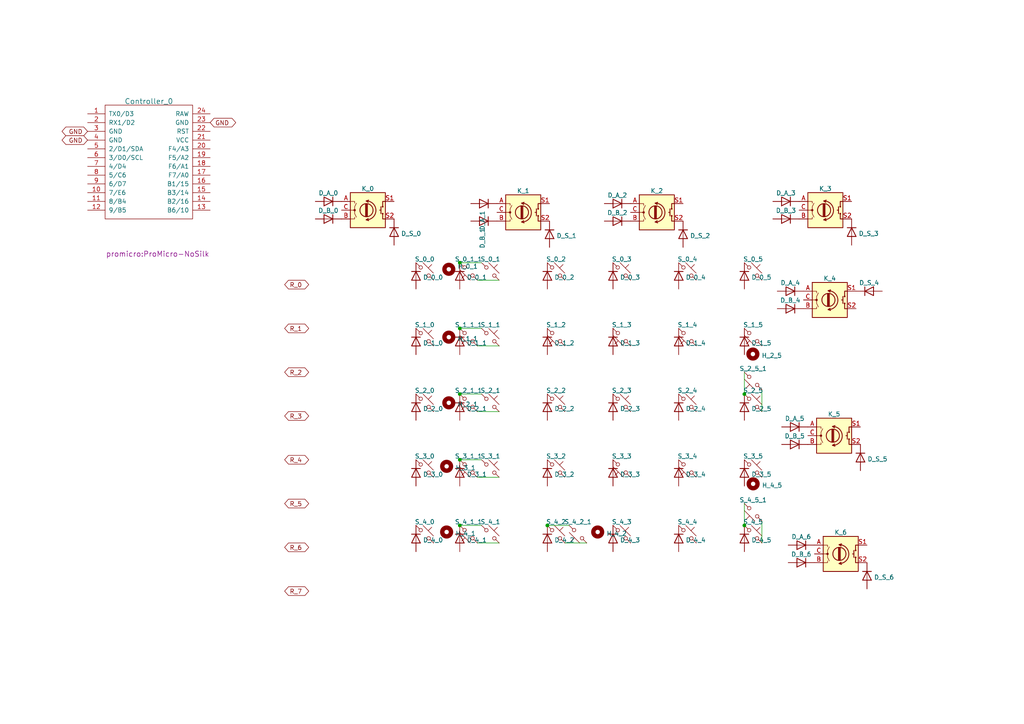
<source format=kicad_sch>
(kicad_sch (version 20211123) (generator eeschema)
  (paper "A4")
  (lib_symbols
    (symbol "Device:D" (pin_numbers hide) (pin_names (offset 1.016) hide)
      (property "Reference" "D" (at 0 2.54 0))
      (property "Value" "D" (at 0 -2.54 0))
      (symbol "D_0_1"
        (polyline (pts (xy -1.27 1.27) (xy -1.27 -1.27)) (stroke (width 0.254)))
        (polyline (pts (xy 1.27 0) (xy -1.27 0)))
        (polyline (pts (xy 1.27 1.27) (xy 1.27 -1.27) (xy -1.27 0) (xy 1.27 1.27)) (stroke (width 0.254)))
      )
      (symbol "D_1_1"
        (pin passive line (at -3.81 0 0) (length 2.54) (name "K") (number "1"))
        (pin passive line (at 3.81 0 180) (length 2.54) (name "A") (number "2"))
      )
    )
    (symbol "Device:RotaryEncoder_Switch" (pin_names (offset 0.254) hide)
      (property "Reference" "SW" (at 0 6.604 0))
      (property "Value" "RotaryEncoder_Switch" (at 0 -6.604 0))
      (symbol "RotaryEncoder_Switch_0_1"
        (rectangle (start -5.08 5.08) (end 5.08 -5.08) (stroke (width 0.254)) (fill (type background)))
        (circle (center -3.81 0) (radius 0.254) (fill (type outline)))
        (arc (start -0.381 -2.794) (mid 2.3622 -0.0508) (end -0.381 2.667) (stroke (width 0.254)))
        (circle (center -0.381 0) (radius 1.905) (stroke (width 0.254)))
        (polyline (pts (xy -0.635 -1.778) (xy -0.635 1.778)) (stroke (width 0.254)))
        (polyline (pts (xy -0.381 -1.778) (xy -0.381 1.778)) (stroke (width 0.254)))
        (polyline (pts (xy -0.127 1.778) (xy -0.127 -1.778)) (stroke (width 0.254)))
        (polyline (pts (xy 3.81 0) (xy 3.429 0)) (stroke (width 0.254)))
        (polyline (pts (xy 3.81 1.016) (xy 3.81 -1.016)) (stroke (width 0.254)))
        (polyline (pts (xy -5.08 -2.54) (xy -3.81 -2.54) (xy -3.81 -2.032)))
        (polyline (pts (xy -5.08 2.54) (xy -3.81 2.54) (xy -3.81 2.032)))
        (polyline (pts (xy 0.254 -3.048) (xy -0.508 -2.794) (xy 0.127 -2.413)) (stroke (width 0.254)))
        (polyline (pts (xy 0.254 2.921) (xy -0.508 2.667) (xy 0.127 2.286)) (stroke (width 0.254)))
        (polyline (pts (xy 5.08 -2.54) (xy 4.318 -2.54) (xy 4.318 -1.016)) (stroke (width 0.254)))
        (polyline (pts (xy 5.08 2.54) (xy 4.318 2.54) (xy 4.318 1.016)) (stroke (width 0.254)))
        (polyline (pts (xy -5.08 0) (xy -3.81 0) (xy -3.81 -1.016) (xy -3.302 -2.032)))
        (polyline (pts (xy -4.318 0) (xy -3.81 0) (xy -3.81 1.016) (xy -3.302 2.032)))
        (circle (center 4.318 -1.016) (radius 0.127) (stroke (width 0.254)))
        (circle (center 4.318 1.016) (radius 0.127) (stroke (width 0.254)))
      )
      (symbol "RotaryEncoder_Switch_1_1"
        (pin passive line (at -7.62 2.54 0) (length 2.54) (name "A") (number "A"))
        (pin passive line (at -7.62 -2.54 0) (length 2.54) (name "B") (number "B"))
        (pin passive line (at -7.62 0 0) (length 2.54) (name "C") (number "C"))
        (pin passive line (at 7.62 2.54 180) (length 2.54) (name "S1") (number "S1"))
        (pin passive line (at 7.62 -2.54 180) (length 2.54) (name "S2") (number "S2"))
      )
    )
    (symbol "Mechanical:MountingHole" (pin_names (offset 1.016))
      (property "Reference" "H" (at 0 5.08 0))
      (property "Value" "MountingHole" (at 0 3.175 0))
      (symbol "MountingHole_0_1"
        (circle (center 0 0) (radius 1.27) (stroke (width 1.27)))
      )
    )
    (symbol "Switch:SW_Push_45deg" (pin_numbers hide) (pin_names (offset 1.016) hide)
      (property "Reference" "SW" (at 3.048 1.016 0))
      (property "Value" "SW_Push_45deg" (at 0 -3.81 0))
      (symbol "SW_Push_45deg_0_1"
        (circle (center -1.1684 1.1684) (radius 0.508))
        (polyline (pts (xy -0.508 2.54) (xy 2.54 -0.508)))
        (polyline (pts (xy 1.016 1.016) (xy 2.032 2.032)))
        (polyline (pts (xy -2.54 2.54) (xy -1.524 1.524) (xy -1.524 1.524)))
        (polyline (pts (xy 1.524 -1.524) (xy 2.54 -2.54) (xy 2.54 -2.54) (xy 2.54 -2.54)))
        (circle (center 1.143 -1.1938) (radius 0.508))
        (pin passive line (at -2.54 2.54 0) (length 0) (name "1") (number "1"))
        (pin passive line (at 2.54 -2.54 180) (length 0) (name "2") (number "2"))
      )
    )
    (symbol "kbd:ProMicro" (pin_names (offset 1.016))
      (property "Reference" "U" (at 0 19.05 0))
      (property "Value" "ProMicro" (at 0 -19.05 0))
      (symbol "ProMicro_0_1"
        (rectangle (start -12.7 16.51) (end 12.7 -16.51))
      )
      (symbol "ProMicro_1_1"
        (pin bidirectional line (at -17.78 13.97 0) (length 5.08) (name "TX0/D3") (number "1"))
        (pin bidirectional line (at -17.78 -8.89 0) (length 5.08) (name "7/E6") (number "10"))
        (pin bidirectional line (at -17.78 -11.43 0) (length 5.08) (name "8/B4") (number "11"))
        (pin bidirectional line (at -17.78 -13.97 0) (length 5.08) (name "9/B5") (number "12"))
        (pin bidirectional line (at 17.78 -13.97 180) (length 5.08) (name "B6/10") (number "13"))
        (pin bidirectional line (at 17.78 -11.43 180) (length 5.08) (name "B2/16") (number "14"))
        (pin bidirectional line (at 17.78 -8.89 180) (length 5.08) (name "B3/14") (number "15"))
        (pin bidirectional line (at 17.78 -6.35 180) (length 5.08) (name "B1/15") (number "16"))
        (pin bidirectional line (at 17.78 -3.81 180) (length 5.08) (name "F7/A0") (number "17"))
        (pin bidirectional line (at 17.78 -1.27 180) (length 5.08) (name "F6/A1") (number "18"))
        (pin bidirectional line (at 17.78 1.27 180) (length 5.08) (name "F5/A2") (number "19"))
        (pin bidirectional line (at -17.78 11.43 0) (length 5.08) (name "RX1/D2") (number "2"))
        (pin bidirectional line (at 17.78 3.81 180) (length 5.08) (name "F4/A3") (number "20"))
        (pin power_in line (at 17.78 6.35 180) (length 5.08) (name "VCC") (number "21"))
        (pin input line (at 17.78 8.89 180) (length 5.08) (name "RST") (number "22"))
        (pin power_in line (at 17.78 11.43 180) (length 5.08) (name "GND") (number "23"))
        (pin power_out line (at 17.78 13.97 180) (length 5.08) (name "RAW") (number "24"))
        (pin power_in line (at -17.78 8.89 0) (length 5.08) (name "GND") (number "3"))
        (pin power_in line (at -17.78 6.35 0) (length 5.08) (name "GND") (number "4"))
        (pin bidirectional line (at -17.78 3.81 0) (length 5.08) (name "2/D1/SDA") (number "5"))
        (pin bidirectional line (at -17.78 1.27 0) (length 5.08) (name "3/D0/SCL") (number "6"))
        (pin bidirectional line (at -17.78 -1.27 0) (length 5.08) (name "4/D4") (number "7"))
        (pin bidirectional line (at -17.78 -3.81 0) (length 5.08) (name "5/C6") (number "8"))
        (pin bidirectional line (at -17.78 -6.35 0) (length 5.08) (name "6/D7") (number "9"))
      )
    )
  )
  (junction (at 133.35 114.3))
  (junction (at 133.35 133.35))
  (junction (at 133.35 76.2))
  (junction (at 133.35 95.25))
  (junction (at 215.9 114.3))
  (junction (at 133.35 152.4))
  (junction (at 215.9 152.4))
  (junction (at 158.75 152.4))
  (wire (pts (xy 138.43 138.43) (xy 144.78 138.43)))
  (wire (pts (xy 215.9 146.05) (xy 215.9 152.4)))
  (wire (pts (xy 133.35 76.2) (xy 139.7 76.2)))
  (wire (pts (xy 133.35 133.35) (xy 139.7 133.35)))
  (wire (pts (xy 215.9 107.95) (xy 215.9 114.3)))
  (wire (pts (xy 133.35 114.3) (xy 139.7 114.3)))
  (wire (pts (xy 138.43 157.48) (xy 144.78 157.48)))
  (wire (pts (xy 133.35 152.4) (xy 139.7 152.4)))
  (wire (pts (xy 163.83 157.48) (xy 170.18 157.48)))
  (wire (pts (xy 138.43 100.33) (xy 144.78 100.33)))
  (wire (pts (xy 220.98 151.13) (xy 220.98 157.48)))
  (wire (pts (xy 133.35 95.25) (xy 139.7 95.25)))
  (wire (pts (xy 158.75 152.4) (xy 165.1 152.4)))
  (wire (pts (xy 220.98 113.03) (xy 220.98 119.38)))
  (wire (pts (xy 138.43 119.38) (xy 144.78 119.38)))
  (wire (pts (xy 138.43 81.28) (xy 144.78 81.28)))
  (global_label "R_0" (shape bidirectional) (at 82.55 82.55 0) (property "Intersheet References" "${INTERSHEET_REFS}" (effects hide)))
  (global_label "R_6" (shape bidirectional) (at 82.55 158.75 0) (property "Intersheet References" "${INTERSHEET_REFS}" (effects hide)))
  (global_label "R_3" (shape bidirectional) (at 82.55 120.65 0) (property "Intersheet References" "${INTERSHEET_REFS}" (effects hide)))
  (global_label "R_5" (shape bidirectional) (at 82.55 146.05 0) (property "Intersheet References" "${INTERSHEET_REFS}" (effects hide)))
  (global_label "R_4" (shape bidirectional) (at 82.55 133.35 0) (property "Intersheet References" "${INTERSHEET_REFS}" (effects hide)))
  (global_label "R_2" (shape bidirectional) (at 82.55 107.95 0) (property "Intersheet References" "${INTERSHEET_REFS}" (effects hide)))
  (global_label "GND" (shape bidirectional) (at 25.4 40.64 180) (property "Intersheet References" "${INTERSHEET_REFS}" (effects hide)))
  (global_label "GND" (shape bidirectional) (at 25.4 38.1 180) (property "Intersheet References" "${INTERSHEET_REFS}" (effects hide)))
  (global_label "R_7" (shape bidirectional) (at 82.55 171.45 0) (property "Intersheet References" "${INTERSHEET_REFS}" (effects hide)))
  (global_label "GND" (shape bidirectional) (at 60.96 35.56 0) (property "Intersheet References" "${INTERSHEET_REFS}" (effects hide)))
  (global_label "R_1" (shape bidirectional) (at 82.55 95.25 0) (property "Intersheet References" "${INTERSHEET_REFS}" (effects hide)))
  (symbol (lib_id "Device:D") (at 227.965 63.5 180) (unit 1)
    (property "Reference" "D_B_3" (at 227.965 61.0672 0))
    (property "Value" "D" (effects hide))
    (property "Footprint" "kbd:D3_TH_SMD_v2" (effects hide))
  )
  (symbol (lib_id "Device:D") (at 158.75 80.01 270) (unit 1)
    (property "Reference" "D_0_2" (at 160.782 80.4438 90) (effects (justify left)))
    (property "Value" "D" (effects hide))
    (property "Footprint" "kbd:D3_TH_SMD_v2" (effects hide))
  )
  (symbol (lib_id "Device:D") (at 196.85 99.06 270) (unit 1)
    (property "Reference" "D_1_4" (at 198.882 99.4938 90) (effects (justify left)))
    (property "Value" "D" (effects hide))
    (property "Footprint" "kbd:D3_TH_SMD_v2" (effects hide))
  )
  (symbol (lib_id "Switch:SW_Push_45deg") (at 218.44 116.84 0) (unit 1)
    (property "Reference" "S_2_5" (at 218.44 113.2642 0))
    (property "Value" "SW_Push_45deg" (effects hide))
    (property "Footprint" "MX_Only:MXOnly-1U-NoLED" (effects hide))
  )
  (symbol (lib_id "Mechanical:MountingHole") (at 218.44 140.335 0) (unit 1)
    (property "Reference" "H_4_5" (at 220.98 140.7688 0) (effects (justify left)))
    (property "Value" "MountingHole" (effects hide))
    (property "Footprint" "MX_Only:MXOnly-2U-NoSwitch" (effects hide))
  )
  (symbol (lib_id "Device:D") (at 196.85 137.16 270) (unit 1)
    (property "Reference" "D_3_4" (at 198.882 137.5938 90) (effects (justify left)))
    (property "Value" "D" (effects hide))
    (property "Footprint" "kbd:D3_TH_SMD_v2" (effects hide))
  )
  (symbol (lib_id "Switch:SW_Push_45deg") (at 180.34 78.74 0) (unit 1)
    (property "Reference" "S_0_3" (at 180.34 75.1642 0))
    (property "Value" "SW_Push_45deg" (effects hide))
    (property "Footprint" "MX_Only:MXOnly-1U-NoLED" (effects hide))
  )
  (symbol (lib_id "Device:RotaryEncoder_Switch") (at 239.395 60.96 0) (unit 1)
    (property "Reference" "K_3" (at 239.395 54.7172 0))
    (property "Value" "RotaryEncoder_Switch" (effects hide))
    (property "Footprint" "Rotary_Encoder:RotaryEncoder_Alps_EC11E-Switch_Vertical_H20mm" (effects hide))
  )
  (symbol (lib_id "Device:RotaryEncoder_Switch") (at 240.665 86.995 0) (unit 1)
    (property "Reference" "K_4" (at 240.665 80.7522 0))
    (property "Value" "RotaryEncoder_Switch" (effects hide))
    (property "Footprint" "Rotary_Encoder:RotaryEncoder_Alps_EC11E-Switch_Vertical_H20mm" (effects hide))
  )
  (symbol (lib_id "Switch:SW_Push_45deg") (at 123.19 154.94 0) (unit 1)
    (property "Reference" "S_4_0" (at 123.19 151.3642 0))
    (property "Value" "SW_Push_45deg" (effects hide))
    (property "Footprint" "MX_Only:MXOnly-1U-NoLED" (effects hide))
  )
  (symbol (lib_id "Switch:SW_Push_45deg") (at 123.19 116.84 0) (unit 1)
    (property "Reference" "S_2_0" (at 123.19 113.2642 0))
    (property "Value" "SW_Push_45deg" (effects hide))
    (property "Footprint" "MX_Only:MXOnly-1U-NoLED" (effects hide))
  )
  (symbol (lib_id "Device:D") (at 249.555 132.715 270) (unit 1)
    (property "Reference" "D_S_5" (at 251.587 133.1488 90) (effects (justify left)))
    (property "Value" "D" (effects hide))
    (property "Footprint" "kbd:D3_TH_SMD_v2" (effects hide))
  )
  (symbol (lib_id "Device:RotaryEncoder_Switch") (at 106.68 60.96 0) (unit 1)
    (property "Reference" "K_0" (at 106.68 54.7172 0))
    (property "Value" "RotaryEncoder_Switch" (effects hide))
    (property "Footprint" "Rotary_Encoder:RotaryEncoder_Alps_EC11E-Switch_Vertical_H20mm" (effects hide))
  )
  (symbol (lib_id "Switch:SW_Push_45deg") (at 218.44 97.79 180) (unit 1)
    (property "Reference" "S_1_5" (at 218.44 94.2142 0))
    (property "Value" "SW_Push_45deg" (effects hide))
    (property "Footprint" "MX_Only:MXOnly-1U-NoLED" (effects hide))
  )
  (symbol (lib_id "Switch:SW_Push_45deg") (at 218.44 78.74 0) (unit 1)
    (property "Reference" "S_0_5" (at 218.44 75.1642 0))
    (property "Value" "SW_Push_45deg" (effects hide))
    (property "Footprint" "MX_Only:MXOnly-1U-NoLED" (effects hide))
  )
  (symbol (lib_id "Device:RotaryEncoder_Switch") (at 243.84 160.655 0) (unit 1)
    (property "Reference" "K_6" (at 243.84 154.4122 0))
    (property "Value" "RotaryEncoder_Switch" (effects hide))
    (property "Footprint" "Rotary_Encoder:RotaryEncoder_Alps_EC11E-Switch_Vertical_H20mm" (effects hide))
  )
  (symbol (lib_id "Switch:SW_Push_45deg") (at 123.19 97.79 0) (unit 1)
    (property "Reference" "S_1_0" (at 123.19 94.2142 0))
    (property "Value" "SW_Push_45deg" (effects hide))
    (property "Footprint" "MX_Only:MXOnly-1U-NoLED" (effects hide))
  )
  (symbol (lib_id "Switch:SW_Push_45deg") (at 142.24 116.84 0) (unit 1)
    (property "Reference" "S_2_1" (at 142.24 113.2642 0))
    (property "Value" "SW_Push_45deg" (effects hide))
    (property "Footprint" "MX_Only:MXOnly-1U-NoLED" (effects hide))
  )
  (symbol (lib_id "Device:D") (at 177.8 118.11 270) (unit 1)
    (property "Reference" "D_2_3" (at 179.832 118.5438 90) (effects (justify left)))
    (property "Value" "D" (effects hide))
    (property "Footprint" "kbd:D3_TH_SMD_v2" (effects hide))
  )
  (symbol (lib_id "Device:D") (at 247.015 67.31 270) (unit 1)
    (property "Reference" "D_S_3" (at 249.047 67.7438 90) (effects (justify left)))
    (property "Value" "D" (effects hide))
    (property "Footprint" "kbd:D3_TH_SMD_v2" (effects hide))
  )
  (symbol (lib_id "Mechanical:MountingHole") (at 218.3688 102.6901 0) (unit 1)
    (property "Reference" "H_2_5" (at 220.9088 103.1239 0) (effects (justify left)))
    (property "Value" "MountingHole" (effects hide))
    (property "Footprint" "MX_Only:MXOnly-2U-NoSwitch" (effects hide))
  )
  (symbol (lib_id "Switch:SW_Push_45deg") (at 142.24 78.74 0) (unit 1)
    (property "Reference" "S_0_1" (at 142.24 75.1642 0))
    (property "Value" "SW_Push_45deg" (effects hide))
    (property "Footprint" "MX_Only:MXOnly-1U-NoLED" (effects hide))
  )
  (symbol (lib_id "Switch:SW_Push_45deg") (at 218.44 154.94 0) (unit 1)
    (property "Reference" "S_4_5" (at 218.44 151.3642 0))
    (property "Value" "SW_Push_45deg" (effects hide))
    (property "Footprint" "MX_Only:MXOnly-1U-NoLED" (effects hide))
  )
  (symbol (lib_id "Switch:SW_Push_45deg") (at 199.39 97.79 180) (unit 1)
    (property "Reference" "S_1_4" (at 199.39 94.2142 0))
    (property "Value" "SW_Push_45deg" (effects hide))
    (property "Footprint" "MX_Only:MXOnly-1U-NoLED" (effects hide))
  )
  (symbol (lib_id "Device:D") (at 140.335 64.135 180) (unit 1)
    (property "Reference" "D_B_1" (at 139.9012 66.167 90) (effects (justify left)))
    (property "Value" "D" (effects hide))
    (property "Footprint" "kbd:D3_TH_SMD_v2" (effects hide))
  )
  (symbol (lib_id "Device:D") (at 251.46 167.005 270) (unit 1)
    (property "Reference" "D_S_6" (at 253.492 167.4388 90) (effects (justify left)))
    (property "Value" "D" (effects hide))
    (property "Footprint" "kbd:D3_TH_SMD_v2" (effects hide))
  )
  (symbol (lib_id "Device:D") (at 95.25 58.42 180) (unit 1)
    (property "Reference" "D_A_0" (at 95.25 55.9872 0))
    (property "Value" "D" (effects hide))
    (property "Footprint" "kbd:D3_TH_SMD_v2" (effects hide))
  )
  (symbol (lib_id "Device:D") (at 230.505 123.825 180) (unit 1)
    (property "Reference" "D_A_5" (at 230.505 121.3922 0))
    (property "Value" "D" (effects hide))
    (property "Footprint" "kbd:D3_TH_SMD_v2" (effects hide))
  )
  (symbol (lib_id "Device:D") (at 140.335 59.055 180) (unit 1)
    (property "Reference" "D_A_1" (at 139.9012 61.087 90) (effects (justify left)))
    (property "Value" "D" (effects hide))
    (property "Footprint" "kbd:D3_TH_SMD_v2" (effects hide))
  )
  (symbol (lib_id "Device:D") (at 215.9 99.06 270) (unit 1)
    (property "Reference" "D_1_5" (at 217.932 99.4938 90) (effects (justify left)))
    (property "Value" "D" (effects hide))
    (property "Footprint" "kbd:D3_TH_SMD_v2" (effects hide))
  )
  (symbol (lib_id "Device:D") (at 215.9 137.16 270) (unit 1)
    (property "Reference" "D_3_5" (at 217.932 137.5938 90) (effects (justify left)))
    (property "Value" "D" (effects hide))
    (property "Footprint" "kbd:D3_TH_SMD_v2" (effects hide))
  )
  (symbol (lib_id "Device:RotaryEncoder_Switch") (at 190.5 61.595 0) (unit 1)
    (property "Reference" "K_2" (at 190.5 55.3522 0))
    (property "Value" "RotaryEncoder_Switch" (effects hide))
    (property "Footprint" "Rotary_Encoder:RotaryEncoder_Alps_EC11E-Switch_Vertical_H20mm" (effects hide))
  )
  (symbol (lib_id "Mechanical:MountingHole") (at 129.54 154.305 0) (unit 1)
    (property "Reference" "H_4_1" (at 132.08 154.7388 0) (effects (justify left)))
    (property "Value" "MountingHole" (effects hide))
    (property "Footprint" "MX_Only:MXOnly-2U-NoSwitch" (effects hide))
  )
  (symbol (lib_id "Device:D") (at 158.75 156.21 270) (unit 1)
    (property "Reference" "D_4_2" (at 160.782 156.6438 90) (effects (justify left)))
    (property "Value" "D" (effects hide))
    (property "Footprint" "kbd:D3_TH_SMD_v2" (effects hide))
  )
  (symbol (lib_id "Switch:SW_Push_45deg") (at 161.29 97.79 180) (unit 1)
    (property "Reference" "S_1_2" (at 161.29 94.2142 0))
    (property "Value" "SW_Push_45deg" (effects hide))
    (property "Footprint" "MX_Only:MXOnly-1U-NoLED" (effects hide))
  )
  (symbol (lib_id "Switch:SW_Push_45deg") (at 218.44 148.59 180) (unit 1)
    (property "Reference" "S_4_5_1" (at 218.44 145.0142 0))
    (property "Value" "SW_Push_45deg" (effects hide))
    (property "Footprint" "MX_Only:MXOnly-1U-NoLED" (effects hide))
  )
  (symbol (lib_id "Device:D") (at 229.235 84.455 180) (unit 1)
    (property "Reference" "D_A_4" (at 229.235 82.0222 0))
    (property "Value" "D" (effects hide))
    (property "Footprint" "kbd:D3_TH_SMD_v2" (effects hide))
  )
  (symbol (lib_id "Device:D") (at 232.41 158.115 180) (unit 1)
    (property "Reference" "D_A_6" (at 232.41 155.6822 0))
    (property "Value" "D" (effects hide))
    (property "Footprint" "kbd:D3_TH_SMD_v2" (effects hide))
  )
  (symbol (lib_id "Switch:SW_Push_45deg") (at 161.29 154.94 0) (unit 1)
    (property "Reference" "S_4_2" (at 161.29 151.3642 0))
    (property "Value" "SW_Push_45deg" (effects hide))
    (property "Footprint" "MX_Only:MXOnly-1U-NoLED" (effects hide))
  )
  (symbol (lib_id "Device:D") (at 158.75 99.06 270) (unit 1)
    (property "Reference" "D_1_2" (at 160.782 99.4938 90) (effects (justify left)))
    (property "Value" "D" (effects hide))
    (property "Footprint" "kbd:D3_TH_SMD_v2" (effects hide))
  )
  (symbol (lib_id "Mechanical:MountingHole") (at 173.355 154.305 0) (unit 1)
    (property "Reference" "H_4_2" (at 175.895 154.7388 0) (effects (justify left)))
    (property "Value" "MountingHole" (effects hide))
    (property "Footprint" "MX_Only:MXOnly-2U-NoSwitch" (effects hide))
  )
  (symbol (lib_id "Device:D") (at 158.75 118.11 270) (unit 1)
    (property "Reference" "D_2_2" (at 160.782 118.5438 90) (effects (justify left)))
    (property "Value" "D" (effects hide))
    (property "Footprint" "kbd:D3_TH_SMD_v2" (effects hide))
  )
  (symbol (lib_id "Device:D") (at 230.505 128.905 180) (unit 1)
    (property "Reference" "D_B_5" (at 230.505 126.4722 0))
    (property "Value" "D" (effects hide))
    (property "Footprint" "kbd:D3_TH_SMD_v2" (effects hide))
  )
  (symbol (lib_id "Switch:SW_Push_45deg") (at 161.29 78.74 0) (unit 1)
    (property "Reference" "S_0_2" (at 161.29 75.1642 0))
    (property "Value" "SW_Push_45deg" (effects hide))
    (property "Footprint" "MX_Only:MXOnly-1U-NoLED" (effects hide))
  )
  (symbol (lib_id "Device:D") (at 114.3 67.31 270) (unit 1)
    (property "Reference" "D_S_0" (at 116.332 67.7438 90) (effects (justify left)))
    (property "Value" "D" (effects hide))
    (property "Footprint" "kbd:D3_TH_SMD_v2" (effects hide))
  )
  (symbol (lib_id "Device:D") (at 158.75 137.16 270) (unit 1)
    (property "Reference" "D_3_2" (at 160.782 137.5938 90) (effects (justify left)))
    (property "Value" "D" (effects hide))
    (property "Footprint" "kbd:D3_TH_SMD_v2" (effects hide))
  )
  (symbol (lib_id "Switch:SW_Push_45deg") (at 135.89 97.79 180) (unit 1)
    (property "Reference" "S_1_1_1" (at 135.89 94.2142 0))
    (property "Value" "SW_Push_45deg" (effects hide))
    (property "Footprint" "MX_Only:MXOnly-1U-NoLED" (effects hide))
  )
  (symbol (lib_id "Device:D") (at 177.8 99.06 270) (unit 1)
    (property "Reference" "D_1_3" (at 179.832 99.4938 90) (effects (justify left)))
    (property "Value" "D" (effects hide))
    (property "Footprint" "kbd:D3_TH_SMD_v2" (effects hide))
  )
  (symbol (lib_id "Device:D") (at 215.9 80.01 270) (unit 1)
    (property "Reference" "D_0_5" (at 217.932 80.4438 90) (effects (justify left)))
    (property "Value" "D" (effects hide))
    (property "Footprint" "kbd:D3_TH_SMD_v2" (effects hide))
  )
  (symbol (lib_id "Switch:SW_Push_45deg") (at 167.64 154.94 180) (unit 1)
    (property "Reference" "S_4_2_1" (at 167.64 151.3642 0))
    (property "Value" "SW_Push_45deg" (effects hide))
    (property "Footprint" "MX_Only:MXOnly-1U-NoLED" (effects hide))
  )
  (symbol (lib_id "Device:D") (at 227.965 58.42 180) (unit 1)
    (property "Reference" "D_A_3" (at 227.965 55.9872 0))
    (property "Value" "D" (effects hide))
    (property "Footprint" "kbd:D3_TH_SMD_v2" (effects hide))
  )
  (symbol (lib_id "Device:D") (at 133.35 118.11 270) (unit 1)
    (property "Reference" "D_2_1" (at 135.382 118.5438 90) (effects (justify left)))
    (property "Value" "D" (effects hide))
    (property "Footprint" "kbd:D3_TH_SMD_v2" (effects hide))
  )
  (symbol (lib_id "Switch:SW_Push_45deg") (at 142.24 97.79 0) (unit 1)
    (property "Reference" "S_1_1" (at 142.24 94.2142 0))
    (property "Value" "SW_Push_45deg" (effects hide))
    (property "Footprint" "MX_Only:MXOnly-1U-NoLED" (effects hide))
  )
  (symbol (lib_id "Device:D") (at 215.9 156.21 270) (unit 1)
    (property "Reference" "D_4_5" (at 217.932 156.6438 90) (effects (justify left)))
    (property "Value" "D" (effects hide))
    (property "Footprint" "kbd:D3_TH_SMD_v2" (effects hide))
  )
  (symbol (lib_id "Switch:SW_Push_45deg") (at 199.39 78.74 0) (unit 1)
    (property "Reference" "S_0_4" (at 199.39 75.1642 0))
    (property "Value" "SW_Push_45deg" (effects hide))
    (property "Footprint" "MX_Only:MXOnly-1U-NoLED" (effects hide))
  )
  (symbol (lib_id "Switch:SW_Push_45deg") (at 180.34 97.79 180) (unit 1)
    (property "Reference" "S_1_3" (at 180.34 94.2142 0))
    (property "Value" "SW_Push_45deg" (effects hide))
    (property "Footprint" "MX_Only:MXOnly-1U-NoLED" (effects hide))
  )
  (symbol (lib_id "Switch:SW_Push_45deg") (at 135.89 154.94 180) (unit 1)
    (property "Reference" "S_4_1_1" (at 135.89 151.3642 0))
    (property "Value" "SW_Push_45deg" (effects hide))
    (property "Footprint" "MX_Only:MXOnly-1U-NoLED" (effects hide))
  )
  (symbol (lib_id "Device:D") (at 177.8 137.16 270) (unit 1)
    (property "Reference" "D_3_3" (at 179.832 137.5938 90) (effects (justify left)))
    (property "Value" "D" (effects hide))
    (property "Footprint" "kbd:D3_TH_SMD_v2" (effects hide))
  )
  (symbol (lib_id "Device:D") (at 229.235 89.535 180) (unit 1)
    (property "Reference" "D_B_4" (at 229.235 87.1022 0))
    (property "Value" "D" (effects hide))
    (property "Footprint" "kbd:D3_TH_SMD_v2" (effects hide))
  )
  (symbol (lib_id "Device:D") (at 133.35 137.16 270) (unit 1)
    (property "Reference" "D_3_1" (at 135.382 137.5938 90) (effects (justify left)))
    (property "Value" "D" (effects hide))
    (property "Footprint" "kbd:D3_TH_SMD_v2" (effects hide))
  )
  (symbol (lib_id "Device:D") (at 120.65 99.06 270) (unit 1)
    (property "Reference" "D_1_0" (at 122.682 99.4938 90) (effects (justify left)))
    (property "Value" "D" (effects hide))
    (property "Footprint" "kbd:D3_TH_SMD_v2" (effects hide))
  )
  (symbol (lib_id "Switch:SW_Push_45deg") (at 161.29 135.89 0) (unit 1)
    (property "Reference" "S_3_2" (at 161.29 132.3142 0))
    (property "Value" "SW_Push_45deg" (effects hide))
    (property "Footprint" "MX_Only:MXOnly-1U-NoLED" (effects hide))
  )
  (symbol (lib_id "Device:D") (at 133.35 80.01 270) (unit 1)
    (property "Reference" "D_0_1" (at 135.382 80.4438 90) (effects (justify left)))
    (property "Value" "D" (effects hide))
    (property "Footprint" "kbd:D3_TH_SMD_v2" (effects hide))
  )
  (symbol (lib_id "Switch:SW_Push_45deg") (at 135.89 116.84 180) (unit 1)
    (property "Reference" "S_2_1_1" (at 135.89 113.2642 0))
    (property "Value" "SW_Push_45deg" (effects hide))
    (property "Footprint" "MX_Only:MXOnly-1U-NoLED" (effects hide))
  )
  (symbol (lib_id "Device:D") (at 252.095 84.455 0) (unit 1)
    (property "Reference" "D_S_4" (at 252.095 82.0222 0))
    (property "Value" "D" (effects hide))
    (property "Footprint" "kbd:D3_TH_SMD_v2" (effects hide))
  )
  (symbol (lib_id "Device:D") (at 196.85 118.11 270) (unit 1)
    (property "Reference" "D_2_4" (at 198.882 118.5438 90) (effects (justify left)))
    (property "Value" "D" (effects hide))
    (property "Footprint" "kbd:D3_TH_SMD_v2" (effects hide))
  )
  (symbol (lib_id "Switch:SW_Push_45deg") (at 135.89 135.89 180) (unit 1)
    (property "Reference" "S_3_1_1" (at 135.89 132.3142 0))
    (property "Value" "SW_Push_45deg" (effects hide))
    (property "Footprint" "MX_Only:MXOnly-1U-NoLED" (effects hide))
  )
  (symbol (lib_id "Device:D") (at 198.12 67.945 270) (unit 1)
    (property "Reference" "D_S_2" (at 200.152 68.3788 90) (effects (justify left)))
    (property "Value" "D" (effects hide))
    (property "Footprint" "kbd:D3_TH_SMD_v2" (effects hide))
  )
  (symbol (lib_id "Device:D") (at 179.07 59.055 180) (unit 1)
    (property "Reference" "D_A_2" (at 179.07 56.6222 0))
    (property "Value" "D" (effects hide))
    (property "Footprint" "kbd:D3_TH_SMD_v2" (effects hide))
  )
  (symbol (lib_id "kbd:ProMicro") (at 43.18 46.99 0) (unit 1)
    (property "Reference" "Controller_0" (at 43.18 29.3893 0) (effects (font (size 1.524 1.524))))
    (property "Value" "ProMicro" (effects hide))
    (property "Footprint" "promicro:ProMicro-NoSilk" (at 45.72 73.66 0) (effects (font (size 1.524 1.524))))
  )
  (symbol (lib_id "Switch:SW_Push_45deg") (at 218.44 110.49 180) (unit 1)
    (property "Reference" "S_2_5_1" (at 218.44 106.9142 0))
    (property "Value" "SW_Push_45deg" (effects hide))
    (property "Footprint" "MX_Only:MXOnly-1U-NoLED" (effects hide))
  )
  (symbol (lib_id "Device:RotaryEncoder_Switch") (at 151.765 61.595 0) (unit 1)
    (property "Reference" "K_1" (at 151.765 55.3522 0))
    (property "Value" "RotaryEncoder_Switch" (effects hide))
    (property "Footprint" "Rotary_Encoder:RotaryEncoder_Alps_EC11E-Switch_Vertical_H20mm" (effects hide))
  )
  (symbol (lib_id "Device:D") (at 120.65 80.01 270) (unit 1)
    (property "Reference" "D_0_0" (at 122.682 80.4438 90) (effects (justify left)))
    (property "Value" "D" (effects hide))
    (property "Footprint" "kbd:D3_TH_SMD_v2" (effects hide))
  )
  (symbol (lib_id "Switch:SW_Push_45deg") (at 218.44 135.89 0) (unit 1)
    (property "Reference" "S_3_5" (at 218.44 132.3142 0))
    (property "Value" "SW_Push_45deg" (effects hide))
    (property "Footprint" "MX_Only:MXOnly-1U-NoLED" (effects hide))
  )
  (symbol (lib_id "Switch:SW_Push_45deg") (at 180.34 154.94 0) (unit 1)
    (property "Reference" "S_4_3" (at 180.34 151.3642 0))
    (property "Value" "SW_Push_45deg" (effects hide))
    (property "Footprint" "MX_Only:MXOnly-1U-NoLED" (effects hide))
  )
  (symbol (lib_id "Switch:SW_Push_45deg") (at 199.39 154.94 0) (unit 1)
    (property "Reference" "S_4_4" (at 199.39 151.3642 0))
    (property "Value" "SW_Push_45deg" (effects hide))
    (property "Footprint" "MX_Only:MXOnly-1U-NoLED" (effects hide))
  )
  (symbol (lib_id "Switch:SW_Push_45deg") (at 142.24 135.89 0) (unit 1)
    (property "Reference" "S_3_1" (at 142.24 132.3142 0))
    (property "Value" "SW_Push_45deg" (effects hide))
    (property "Footprint" "MX_Only:MXOnly-1U-NoLED" (effects hide))
  )
  (symbol (lib_id "Device:D") (at 120.65 137.16 270) (unit 1)
    (property "Reference" "D_3_0" (at 122.682 137.5938 90) (effects (justify left)))
    (property "Value" "D" (effects hide))
    (property "Footprint" "kbd:D3_TH_SMD_v2" (effects hide))
  )
  (symbol (lib_id "Switch:SW_Push_45deg") (at 199.39 135.89 180) (unit 1)
    (property "Reference" "S_3_4" (at 199.39 132.3142 0))
    (property "Value" "SW_Push_45deg" (effects hide))
    (property "Footprint" "MX_Only:MXOnly-1U-NoLED" (effects hide))
  )
  (symbol (lib_id "Switch:SW_Push_45deg") (at 161.29 116.84 0) (unit 1)
    (property "Reference" "S_2_2" (at 161.29 113.2642 0))
    (property "Value" "SW_Push_45deg" (effects hide))
    (property "Footprint" "MX_Only:MXOnly-1U-NoLED" (effects hide))
  )
  (symbol (lib_id "Mechanical:MountingHole") (at 130.175 78.105 0) (unit 1)
    (property "Reference" "H_0_1" (at 132.715 77.2703 0) (effects (justify left)))
    (property "Value" "MountingHole" (effects hide))
    (property "Footprint" "MX_Only:MXOnly-2U-NoSwitch" (effects hide))
  )
  (symbol (lib_id "Switch:SW_Push_45deg") (at 199.39 116.84 0) (unit 1)
    (property "Reference" "S_2_4" (at 199.39 113.2642 0))
    (property "Value" "SW_Push_45deg" (effects hide))
    (property "Footprint" "MX_Only:MXOnly-1U-NoLED" (effects hide))
  )
  (symbol (lib_id "Switch:SW_Push_45deg") (at 180.34 116.84 0) (unit 1)
    (property "Reference" "S_2_3" (at 180.34 113.2642 0))
    (property "Value" "SW_Push_45deg" (effects hide))
    (property "Footprint" "MX_Only:MXOnly-1U-NoLED" (effects hide))
  )
  (symbol (lib_id "Device:D") (at 133.35 156.21 270) (unit 1)
    (property "Reference" "D_4_1" (at 135.382 156.6438 90) (effects (justify left)))
    (property "Value" "D" (effects hide))
    (property "Footprint" "kbd:D3_TH_SMD_v2" (effects hide))
  )
  (symbol (lib_id "Switch:SW_Push_45deg") (at 123.19 135.89 0) (unit 1)
    (property "Reference" "S_3_0" (at 123.19 132.3142 0))
    (property "Value" "SW_Push_45deg" (effects hide))
    (property "Footprint" "MX_Only:MXOnly-1U-NoLED" (effects hide))
  )
  (symbol (lib_id "Mechanical:MountingHole") (at 129.54 135.255 0) (unit 1)
    (property "Reference" "H_3_1" (at 132.08 135.6888 0) (effects (justify left)))
    (property "Value" "MountingHole" (effects hide))
    (property "Footprint" "MX_Only:MXOnly-2U-NoSwitch" (effects hide))
  )
  (symbol (lib_id "Device:D") (at 196.85 80.01 270) (unit 1)
    (property "Reference" "D_0_4" (at 198.882 80.4438 90) (effects (justify left)))
    (property "Value" "D" (effects hide))
    (property "Footprint" "kbd:D3_TH_SMD_v2" (effects hide))
  )
  (symbol (lib_id "Device:D") (at 159.385 67.945 270) (unit 1)
    (property "Reference" "D_S_1" (at 161.417 68.3788 90) (effects (justify left)))
    (property "Value" "D" (effects hide))
    (property "Footprint" "kbd:D3_TH_SMD_v2" (effects hide))
  )
  (symbol (lib_id "Device:D") (at 177.8 156.21 270) (unit 1)
    (property "Reference" "D_4_3" (at 179.832 156.6438 90) (effects (justify left)))
    (property "Value" "D" (effects hide))
    (property "Footprint" "kbd:D3_TH_SMD_v2" (effects hide))
  )
  (symbol (lib_id "Switch:SW_Push_45deg") (at 135.89 78.74 180) (unit 1)
    (property "Reference" "S_0_1_1" (at 135.89 75.1642 0))
    (property "Value" "SW_Push_45deg" (effects hide))
    (property "Footprint" "MX_Only:MXOnly-1U-NoLED" (effects hide))
  )
  (symbol (lib_id "Switch:SW_Push_45deg") (at 123.19 78.74 0) (unit 1)
    (property "Reference" "S_0_0" (at 123.19 75.1642 0))
    (property "Value" "SW_Push_45deg" (effects hide))
    (property "Footprint" "MX_Only:MXOnly-1U-NoLED" (effects hide))
  )
  (symbol (lib_id "Device:D") (at 179.07 64.135 180) (unit 1)
    (property "Reference" "D_B_2" (at 179.07 61.7022 0))
    (property "Value" "D" (effects hide))
    (property "Footprint" "kbd:D3_TH_SMD_v2" (effects hide))
  )
  (symbol (lib_id "Device:D") (at 177.8 80.01 270) (unit 1)
    (property "Reference" "D_0_3" (at 179.832 80.4438 90) (effects (justify left)))
    (property "Value" "D" (effects hide))
    (property "Footprint" "kbd:D3_TH_SMD_v2" (effects hide))
  )
  (symbol (lib_id "Device:D") (at 232.41 163.195 180) (unit 1)
    (property "Reference" "D_B_6" (at 232.41 160.7622 0))
    (property "Value" "D" (effects hide))
    (property "Footprint" "kbd:D3_TH_SMD_v2" (effects hide))
  )
  (symbol (lib_id "Mechanical:MountingHole") (at 130.175 97.79 0) (unit 1)
    (property "Reference" "H_1_1" (at 132.715 98.2238 0) (effects (justify left)))
    (property "Value" "MountingHole" (effects hide))
    (property "Footprint" "MX_Only:MXOnly-2U-NoSwitch" (effects hide))
  )
  (symbol (lib_id "Device:D") (at 215.9 118.11 270) (unit 1)
    (property "Reference" "D_2_5" (at 217.932 118.5438 90) (effects (justify left)))
    (property "Value" "D" (effects hide))
    (property "Footprint" "kbd:D3_TH_SMD_v2" (effects hide))
  )
  (symbol (lib_id "Switch:SW_Push_45deg") (at 180.34 135.89 180) (unit 1)
    (property "Reference" "S_3_3" (at 180.34 132.3142 0))
    (property "Value" "SW_Push_45deg" (effects hide))
    (property "Footprint" "MX_Only:MXOnly-1U-NoLED" (effects hide))
  )
  (symbol (lib_id "Device:D") (at 120.65 156.21 270) (unit 1)
    (property "Reference" "D_4_0" (at 122.682 156.6438 90) (effects (justify left)))
    (property "Value" "D" (effects hide))
    (property "Footprint" "kbd:D3_TH_SMD_v2" (effects hide))
  )
  (symbol (lib_id "Device:D") (at 95.25 63.5 180) (unit 1)
    (property "Reference" "D_B_0" (at 95.25 61.0672 0))
    (property "Value" "D" (effects hide))
    (property "Footprint" "kbd:D3_TH_SMD_v2" (effects hide))
  )
  (symbol (lib_id "Switch:SW_Push_45deg") (at 142.24 154.94 0) (unit 1)
    (property "Reference" "S_4_1" (at 142.24 151.3642 0))
    (property "Value" "SW_Push_45deg" (effects hide))
    (property "Footprint" "MX_Only:MXOnly-1U-NoLED" (effects hide))
  )
  (symbol (lib_id "Device:D") (at 133.35 99.06 270) (unit 1)
    (property "Reference" "D_1_1" (at 135.382 99.4938 90) (effects (justify left)))
    (property "Value" "D" (effects hide))
    (property "Footprint" "kbd:D3_TH_SMD_v2" (effects hide))
  )
  (symbol (lib_id "Device:D") (at 196.85 156.21 270) (unit 1)
    (property "Reference" "D_4_4" (at 198.882 156.6438 90) (effects (justify left)))
    (property "Value" "D" (effects hide))
    (property "Footprint" "kbd:D3_TH_SMD_v2" (effects hide))
  )
  (symbol (lib_id "Mechanical:MountingHole") (at 130.175 116.84 0) (unit 1)
    (property "Reference" "H_2_1" (at 132.715 117.2738 0) (effects (justify left)))
    (property "Value" "MountingHole" (effects hide))
    (property "Footprint" "MX_Only:MXOnly-2U-NoSwitch" (effects hide))
  )
  (symbol (lib_id "Device:RotaryEncoder_Switch") (at 241.935 126.365 0) (unit 1)
    (property "Reference" "K_5" (at 241.935 120.1222 0))
    (property "Value" "RotaryEncoder_Switch" (effects hide))
    (property "Footprint" "Rotary_Encoder:RotaryEncoder_Alps_EC11E-Switch_Vertical_H20mm" (effects hide))
  )
  (symbol (lib_id "Device:D") (at 120.65 118.11 270) (unit 1)
    (property "Reference" "D_2_0" (at 122.682 118.5438 90) (effects (justify left)))
    (property "Value" "D" (effects hide))
    (property "Footprint" "kbd:D3_TH_SMD_v2" (effects hide))
  )
)
</source>
